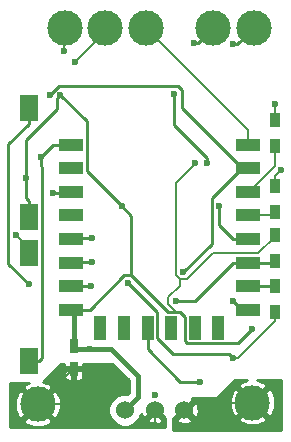
<source format=gtl>
G04 #@! TF.FileFunction,Copper,L1,Top,Signal*
%FSLAX46Y46*%
G04 Gerber Fmt 4.6, Leading zero omitted, Abs format (unit mm)*
G04 Created by KiCad (PCBNEW 4.0.4-stable) date 11/08/16 21:01:40*
%MOMM*%
%LPD*%
G01*
G04 APERTURE LIST*
%ADD10C,0.100000*%
%ADD11R,2.000000X1.000000*%
%ADD12R,1.000000X2.000000*%
%ADD13R,0.750000X1.200000*%
%ADD14R,0.900000X1.200000*%
%ADD15R,1.600000X2.180000*%
%ADD16C,1.524000*%
%ADD17C,2.999740*%
%ADD18C,0.600000*%
%ADD19C,0.400000*%
%ADD20C,0.200000*%
%ADD21C,0.250000*%
%ADD22C,0.254000*%
G04 APERTURE END LIST*
D10*
D11*
X136136000Y-91950000D03*
X136136000Y-93950000D03*
X136136000Y-95950000D03*
X136136000Y-97950000D03*
X136136000Y-99950000D03*
X136136000Y-101950000D03*
X136136000Y-103950000D03*
X136136000Y-105950000D03*
D12*
X138636000Y-107450000D03*
X140636000Y-107450000D03*
X142636000Y-107450000D03*
X144636000Y-107450000D03*
X146636000Y-107450000D03*
X148636000Y-107450000D03*
D11*
X151136000Y-105950000D03*
X151136000Y-103950000D03*
X151136000Y-101950000D03*
X151136000Y-99950000D03*
X151136000Y-97950000D03*
X151136000Y-95950000D03*
X151136000Y-93950000D03*
X151136000Y-91950000D03*
D13*
X136398000Y-109032000D03*
X136398000Y-110932000D03*
D14*
X153416000Y-89832000D03*
X153416000Y-92032000D03*
X153416000Y-95420000D03*
X153416000Y-97620000D03*
X153416000Y-99611000D03*
X153416000Y-101811000D03*
D15*
X132588000Y-98044000D03*
X132592640Y-88839140D03*
D14*
X153416000Y-106086000D03*
X153416000Y-103886000D03*
D15*
X132588000Y-110296860D03*
X132592640Y-101092000D03*
D16*
X145756000Y-114427000D03*
X143256000Y-114427000D03*
X140716000Y-114427000D03*
D17*
X151638000Y-82042000D03*
X133350000Y-113919000D03*
X151511000Y-113792000D03*
X148209000Y-82042000D03*
X135636000Y-82042000D03*
X142494000Y-82042000D03*
X139065000Y-82042000D03*
D18*
X146685000Y-93533002D03*
X140462000Y-97155000D03*
X151511000Y-107569000D03*
X137795000Y-109220000D03*
X135255000Y-87757000D03*
X132334000Y-94742000D03*
X143256000Y-113157000D03*
X143256000Y-115697000D03*
X142367000Y-115316000D03*
X135001000Y-112268000D03*
X135001000Y-115443000D03*
X135509000Y-113919000D03*
X135586242Y-83996411D03*
X146558000Y-83312000D03*
X131479757Y-99568000D03*
X137795000Y-110744000D03*
X149860000Y-105174000D03*
X140970000Y-103632000D03*
X149860000Y-109982000D03*
X144907000Y-87630000D03*
X147701000Y-93472000D03*
X148717000Y-97155000D03*
X137922000Y-101854000D03*
X137888105Y-103939679D03*
X137922000Y-99822000D03*
X145003000Y-105156000D03*
X134366000Y-87757000D03*
X145669000Y-102743000D03*
X153416000Y-88519000D03*
X153924000Y-94107000D03*
X134620000Y-96012000D03*
X132588000Y-103759000D03*
X133604000Y-92964000D03*
X149860000Y-83439000D03*
X147066000Y-112014000D03*
X136525000Y-84963000D03*
D19*
X136398000Y-109032000D02*
X136398000Y-106212000D01*
X136398000Y-106212000D02*
X136136000Y-105950000D01*
X137795000Y-109220000D02*
X136586000Y-109220000D01*
X136586000Y-109220000D02*
X136398000Y-109032000D01*
X139573000Y-109220000D02*
X137795000Y-109220000D01*
X141859000Y-111506000D02*
X139573000Y-109220000D01*
X141859000Y-113284000D02*
X141859000Y-111506000D01*
X140716000Y-114427000D02*
X141859000Y-113284000D01*
D20*
X145380999Y-103343001D02*
X145380999Y-103889999D01*
X145380999Y-103889999D02*
X144402999Y-104867999D01*
X144402999Y-104867999D02*
X144402999Y-105444001D01*
X144402999Y-105444001D02*
X145083997Y-106124999D01*
X145083997Y-106124999D02*
X145396001Y-106124999D01*
X141294003Y-103031001D02*
X141270001Y-103006999D01*
D21*
X135255000Y-87757000D02*
X137469945Y-89971945D01*
X137469945Y-89971945D02*
X137469945Y-94162945D01*
X137469945Y-94162945D02*
X140462000Y-97155000D01*
D20*
X145068999Y-95215001D02*
X146685000Y-93599000D01*
X146685000Y-93599000D02*
X146685000Y-93533002D01*
X153416000Y-99611000D02*
X153416000Y-99761000D01*
X153416000Y-99761000D02*
X152027001Y-101149999D01*
X152027001Y-101149999D02*
X148150003Y-101149999D01*
X148150003Y-101149999D02*
X145957001Y-103343001D01*
X145957001Y-103343001D02*
X145380999Y-103343001D01*
X145380999Y-103343001D02*
X145068999Y-103031001D01*
X145068999Y-103031001D02*
X145068999Y-95215001D01*
D21*
X141270001Y-103006999D02*
X141270001Y-97963001D01*
X141270001Y-97963001D02*
X140462000Y-97155000D01*
X150304999Y-108775001D02*
X151511000Y-107569000D01*
X136136000Y-105950000D02*
X137726998Y-105950000D01*
X145986001Y-108775001D02*
X150304999Y-108775001D01*
X137726998Y-105950000D02*
X140669999Y-103006999D01*
X141270001Y-103006999D02*
X144388001Y-106124999D01*
X140669999Y-103006999D02*
X141270001Y-103006999D01*
X144388001Y-106124999D02*
X145396001Y-106124999D01*
X145396001Y-106124999D02*
X145810999Y-106539997D01*
X145810999Y-106539997D02*
X145810999Y-108599999D01*
X145810999Y-108599999D02*
X145986001Y-108775001D01*
X135255000Y-87757000D02*
X134955001Y-88056999D01*
X132334000Y-91567000D02*
X132334000Y-94742000D01*
X134955001Y-88056999D02*
X134955001Y-88945999D01*
X134955001Y-88945999D02*
X132334000Y-91567000D01*
X132334000Y-96450000D02*
X132334000Y-94742000D01*
X132588000Y-98044000D02*
X132588000Y-96704000D01*
X132588000Y-96704000D02*
X132334000Y-96450000D01*
D20*
X143256000Y-115697000D02*
X143256000Y-114427000D01*
X135001000Y-112268000D02*
X136337000Y-110932000D01*
X133350000Y-113919000D02*
X134849869Y-112419131D01*
X134849869Y-112419131D02*
X135001000Y-112268000D01*
X133350000Y-113919000D02*
X134874000Y-115443000D01*
X134874000Y-115443000D02*
X135001000Y-115443000D01*
X133350000Y-113919000D02*
X135509000Y-113919000D01*
X135586242Y-82091758D02*
X135586242Y-83996411D01*
X135636000Y-82042000D02*
X135586242Y-82091758D01*
D21*
X146558000Y-83312000D02*
X146939000Y-83312000D01*
X146939000Y-83312000D02*
X148209000Y-82042000D01*
D20*
X132592640Y-101092000D02*
X132592640Y-100680883D01*
X132592640Y-100680883D02*
X131479757Y-99568000D01*
X136398000Y-110932000D02*
X137607000Y-110932000D01*
X137607000Y-110932000D02*
X137795000Y-110744000D01*
X136337000Y-110932000D02*
X136398000Y-110932000D01*
D21*
X151136000Y-105950000D02*
X150636000Y-105950000D01*
X150636000Y-105950000D02*
X149860000Y-105174000D01*
D20*
X153416000Y-106086000D02*
X153416000Y-106886000D01*
X153416000Y-106886000D02*
X150320000Y-109982000D01*
X150320000Y-109982000D02*
X149860000Y-109982000D01*
D21*
X149860000Y-109982000D02*
X149560001Y-109682001D01*
X149560001Y-109682001D02*
X144782999Y-109682001D01*
X144782999Y-109682001D02*
X143461001Y-108360003D01*
X143461001Y-108360003D02*
X143461001Y-106123001D01*
X143461001Y-106123001D02*
X140970000Y-103632000D01*
X144907000Y-90253736D02*
X144907000Y-87630000D01*
X147701000Y-93472000D02*
X147701000Y-93047736D01*
X147701000Y-93047736D02*
X144907000Y-90253736D01*
X148717000Y-98781000D02*
X148717000Y-97155000D01*
X151136000Y-99950000D02*
X149886000Y-99950000D01*
X149886000Y-99950000D02*
X148717000Y-98781000D01*
X137922000Y-101854000D02*
X136232000Y-101854000D01*
X136232000Y-101854000D02*
X136136000Y-101950000D01*
X137877784Y-103950000D02*
X137888105Y-103939679D01*
X136136000Y-103950000D02*
X137877784Y-103950000D01*
X137922000Y-99822000D02*
X136264000Y-99822000D01*
X136264000Y-99822000D02*
X136136000Y-99950000D01*
X151136000Y-101950000D02*
X153277000Y-101950000D01*
X153277000Y-101950000D02*
X153416000Y-101811000D01*
X146680000Y-105156000D02*
X145003000Y-105156000D01*
X151136000Y-101950000D02*
X149886000Y-101950000D01*
X149886000Y-101950000D02*
X146680000Y-105156000D01*
X135118001Y-87004999D02*
X134366000Y-87757000D01*
X150636000Y-93950000D02*
X145532001Y-88846001D01*
X145532001Y-88846001D02*
X145532001Y-87329999D01*
X145532001Y-87329999D02*
X145207001Y-87004999D01*
X145207001Y-87004999D02*
X135118001Y-87004999D01*
X145669000Y-102743000D02*
X148082000Y-100330000D01*
X148082000Y-100330000D02*
X148082000Y-96504000D01*
X150636000Y-93950000D02*
X148082000Y-96504000D01*
X151136000Y-93950000D02*
X150636000Y-93950000D01*
D20*
X153416000Y-88519000D02*
X153416000Y-89832000D01*
X151136000Y-95950000D02*
X151252998Y-95950000D01*
X151252998Y-95950000D02*
X153416000Y-93786998D01*
X153416000Y-93786998D02*
X153416000Y-92032000D01*
X153416000Y-95420000D02*
X153416000Y-94615000D01*
X153416000Y-94615000D02*
X153924000Y-94107000D01*
X151136000Y-97950000D02*
X153043000Y-97950000D01*
X153043000Y-97950000D02*
X153416000Y-97577000D01*
D21*
X134620000Y-96012000D02*
X136074000Y-96012000D01*
X136074000Y-96012000D02*
X136136000Y-95950000D01*
X132592640Y-88839140D02*
X132592640Y-90179140D01*
X132592640Y-90179140D02*
X130854757Y-91917023D01*
X130854757Y-91917023D02*
X130854757Y-102025757D01*
X130854757Y-102025757D02*
X132588000Y-103759000D01*
X151136000Y-103950000D02*
X153352000Y-103950000D01*
X153352000Y-103950000D02*
X153416000Y-103886000D01*
X132588000Y-110296860D02*
X133435379Y-110296860D01*
X133435379Y-110296860D02*
X133731000Y-110001239D01*
X133731000Y-110001239D02*
X133731000Y-93855000D01*
X133731000Y-93855000D02*
X133604000Y-93728000D01*
X133604000Y-93728000D02*
X133604000Y-92964000D01*
X133604000Y-92964000D02*
X134618000Y-91950000D01*
X134618000Y-91950000D02*
X136136000Y-91950000D01*
X135705613Y-91950000D02*
X136136000Y-91950000D01*
X149860000Y-83439000D02*
X150241000Y-83439000D01*
X150241000Y-83439000D02*
X151638000Y-82042000D01*
D20*
X142494000Y-82042000D02*
X151136000Y-90684000D01*
X151136000Y-90684000D02*
X151136000Y-91950000D01*
D21*
X147066000Y-112014000D02*
X145402993Y-112014000D01*
X145402993Y-112014000D02*
X142636000Y-109247007D01*
X142636000Y-109247007D02*
X142636000Y-107450000D01*
D20*
X151511000Y-113792000D02*
X146391000Y-113792000D01*
X146391000Y-113792000D02*
X145756000Y-114427000D01*
X136525000Y-84963000D02*
X139065000Y-82423000D01*
X139065000Y-82423000D02*
X139065000Y-82042000D01*
D22*
G36*
X150461386Y-112131264D02*
X150290163Y-112391558D01*
X151511000Y-113612395D01*
X152731837Y-112391558D01*
X152560614Y-112131264D01*
X151925729Y-111887000D01*
X153955000Y-111887000D01*
X153955000Y-116109000D01*
X144780000Y-116109000D01*
X144780000Y-115293365D01*
X145069240Y-115293365D01*
X145150097Y-115477018D01*
X145598043Y-115628959D01*
X146070037Y-115597913D01*
X146361903Y-115477018D01*
X146442760Y-115293365D01*
X146341837Y-115192442D01*
X150290163Y-115192442D01*
X150461386Y-115452736D01*
X151176819Y-115727990D01*
X151943129Y-115708507D01*
X152560614Y-115452736D01*
X152731837Y-115192442D01*
X151511000Y-113971605D01*
X150290163Y-115192442D01*
X146341837Y-115192442D01*
X145756000Y-114606605D01*
X145069240Y-115293365D01*
X144780000Y-115293365D01*
X144780000Y-115065491D01*
X144889635Y-115113760D01*
X145576395Y-114427000D01*
X145935605Y-114427000D01*
X146622365Y-115113760D01*
X146806018Y-115032903D01*
X146957959Y-114584957D01*
X146926913Y-114112963D01*
X146806018Y-113821097D01*
X146622365Y-113740240D01*
X145935605Y-114427000D01*
X145576395Y-114427000D01*
X145562253Y-114412858D01*
X145741858Y-114233253D01*
X145756000Y-114247395D01*
X146442760Y-113560635D01*
X146397494Y-113457819D01*
X149575010Y-113457819D01*
X149594493Y-114224129D01*
X149850264Y-114841614D01*
X150110558Y-115012837D01*
X151331395Y-113792000D01*
X151690605Y-113792000D01*
X152911442Y-115012837D01*
X153171736Y-114841614D01*
X153446990Y-114126181D01*
X153427507Y-113359871D01*
X153171736Y-112742386D01*
X152911442Y-112571163D01*
X151690605Y-113792000D01*
X151331395Y-113792000D01*
X150110558Y-112571163D01*
X149850264Y-112742386D01*
X149575010Y-113457819D01*
X146397494Y-113457819D01*
X146376880Y-113411000D01*
X148463000Y-113411000D01*
X148512410Y-113400994D01*
X148552803Y-113373803D01*
X150039606Y-111887000D01*
X151051091Y-111887000D01*
X150461386Y-112131264D01*
X150461386Y-112131264D01*
G37*
X150461386Y-112131264D02*
X150290163Y-112391558D01*
X151511000Y-113612395D01*
X152731837Y-112391558D01*
X152560614Y-112131264D01*
X151925729Y-111887000D01*
X153955000Y-111887000D01*
X153955000Y-116109000D01*
X144780000Y-116109000D01*
X144780000Y-115293365D01*
X145069240Y-115293365D01*
X145150097Y-115477018D01*
X145598043Y-115628959D01*
X146070037Y-115597913D01*
X146361903Y-115477018D01*
X146442760Y-115293365D01*
X146341837Y-115192442D01*
X150290163Y-115192442D01*
X150461386Y-115452736D01*
X151176819Y-115727990D01*
X151943129Y-115708507D01*
X152560614Y-115452736D01*
X152731837Y-115192442D01*
X151511000Y-113971605D01*
X150290163Y-115192442D01*
X146341837Y-115192442D01*
X145756000Y-114606605D01*
X145069240Y-115293365D01*
X144780000Y-115293365D01*
X144780000Y-115065491D01*
X144889635Y-115113760D01*
X145576395Y-114427000D01*
X145935605Y-114427000D01*
X146622365Y-115113760D01*
X146806018Y-115032903D01*
X146957959Y-114584957D01*
X146926913Y-114112963D01*
X146806018Y-113821097D01*
X146622365Y-113740240D01*
X145935605Y-114427000D01*
X145576395Y-114427000D01*
X145562253Y-114412858D01*
X145741858Y-114233253D01*
X145756000Y-114247395D01*
X146442760Y-113560635D01*
X146397494Y-113457819D01*
X149575010Y-113457819D01*
X149594493Y-114224129D01*
X149850264Y-114841614D01*
X150110558Y-115012837D01*
X151331395Y-113792000D01*
X151690605Y-113792000D01*
X152911442Y-115012837D01*
X153171736Y-114841614D01*
X153446990Y-114126181D01*
X153427507Y-113359871D01*
X153171736Y-112742386D01*
X152911442Y-112571163D01*
X151690605Y-113792000D01*
X151331395Y-113792000D01*
X150110558Y-112571163D01*
X149850264Y-112742386D01*
X149575010Y-113457819D01*
X146397494Y-113457819D01*
X146376880Y-113411000D01*
X148463000Y-113411000D01*
X148512410Y-113400994D01*
X148552803Y-113373803D01*
X150039606Y-111887000D01*
X151051091Y-111887000D01*
X150461386Y-112131264D01*
G36*
X135596000Y-110702250D02*
X135702750Y-110809000D01*
X136275000Y-110809000D01*
X136275000Y-110789000D01*
X136521000Y-110789000D01*
X136521000Y-110809000D01*
X137093250Y-110809000D01*
X137200000Y-110702250D01*
X137200000Y-110490000D01*
X139662132Y-110490000D01*
X141024000Y-111851868D01*
X141024000Y-112938132D01*
X140931944Y-113030188D01*
X140439339Y-113029758D01*
X139925697Y-113241990D01*
X139532371Y-113634630D01*
X139319243Y-114147900D01*
X139318758Y-114703661D01*
X139530990Y-115217303D01*
X139923630Y-115610629D01*
X140436900Y-115823757D01*
X140992661Y-115824242D01*
X141506303Y-115612010D01*
X141828016Y-115290858D01*
X142566090Y-115290858D01*
X142646618Y-115475003D01*
X143094058Y-115628429D01*
X143566152Y-115598948D01*
X143865382Y-115475003D01*
X143945910Y-115290858D01*
X143256000Y-114600948D01*
X142566090Y-115290858D01*
X141828016Y-115290858D01*
X141899629Y-115219370D01*
X142091948Y-114756214D01*
X142207997Y-115036382D01*
X142392142Y-115116910D01*
X143082052Y-114427000D01*
X143067910Y-114412858D01*
X143241858Y-114238910D01*
X143256000Y-114253052D01*
X143270143Y-114238910D01*
X143444091Y-114412858D01*
X143429948Y-114427000D01*
X144119858Y-115116910D01*
X144145000Y-115105915D01*
X144145000Y-115901000D01*
X130987000Y-115901000D01*
X130987000Y-115316804D01*
X132126144Y-115316804D01*
X132297000Y-115577590D01*
X133011870Y-115854303D01*
X133778217Y-115836384D01*
X134403000Y-115577590D01*
X134573856Y-115316804D01*
X133350000Y-114092948D01*
X132126144Y-115316804D01*
X130987000Y-115316804D01*
X130987000Y-113580870D01*
X131414697Y-113580870D01*
X131432616Y-114347217D01*
X131691410Y-114972000D01*
X131952196Y-115142856D01*
X133176052Y-113919000D01*
X133523948Y-113919000D01*
X134747804Y-115142856D01*
X135008590Y-114972000D01*
X135285303Y-114257130D01*
X135267384Y-113490783D01*
X135008590Y-112866000D01*
X134747804Y-112695144D01*
X133523948Y-113919000D01*
X133176052Y-113919000D01*
X131952196Y-112695144D01*
X131691410Y-112866000D01*
X131414697Y-113580870D01*
X130987000Y-113580870D01*
X130987000Y-112141000D01*
X132585281Y-112141000D01*
X132297000Y-112260410D01*
X132126144Y-112521196D01*
X133350000Y-113745052D01*
X134573856Y-112521196D01*
X134403000Y-112260410D01*
X133778809Y-112018797D01*
X134635856Y-111161750D01*
X135596000Y-111161750D01*
X135596000Y-111616935D01*
X135661007Y-111773876D01*
X135781124Y-111893993D01*
X135938064Y-111959000D01*
X136168250Y-111959000D01*
X136275000Y-111852250D01*
X136275000Y-111055000D01*
X136521000Y-111055000D01*
X136521000Y-111852250D01*
X136627750Y-111959000D01*
X136857936Y-111959000D01*
X137014876Y-111893993D01*
X137134993Y-111773876D01*
X137200000Y-111616935D01*
X137200000Y-111161750D01*
X137093250Y-111055000D01*
X136521000Y-111055000D01*
X136275000Y-111055000D01*
X135702750Y-111055000D01*
X135596000Y-111161750D01*
X134635856Y-111161750D01*
X135307606Y-110490000D01*
X135596000Y-110490000D01*
X135596000Y-110702250D01*
X135596000Y-110702250D01*
G37*
X135596000Y-110702250D02*
X135702750Y-110809000D01*
X136275000Y-110809000D01*
X136275000Y-110789000D01*
X136521000Y-110789000D01*
X136521000Y-110809000D01*
X137093250Y-110809000D01*
X137200000Y-110702250D01*
X137200000Y-110490000D01*
X139662132Y-110490000D01*
X141024000Y-111851868D01*
X141024000Y-112938132D01*
X140931944Y-113030188D01*
X140439339Y-113029758D01*
X139925697Y-113241990D01*
X139532371Y-113634630D01*
X139319243Y-114147900D01*
X139318758Y-114703661D01*
X139530990Y-115217303D01*
X139923630Y-115610629D01*
X140436900Y-115823757D01*
X140992661Y-115824242D01*
X141506303Y-115612010D01*
X141828016Y-115290858D01*
X142566090Y-115290858D01*
X142646618Y-115475003D01*
X143094058Y-115628429D01*
X143566152Y-115598948D01*
X143865382Y-115475003D01*
X143945910Y-115290858D01*
X143256000Y-114600948D01*
X142566090Y-115290858D01*
X141828016Y-115290858D01*
X141899629Y-115219370D01*
X142091948Y-114756214D01*
X142207997Y-115036382D01*
X142392142Y-115116910D01*
X143082052Y-114427000D01*
X143067910Y-114412858D01*
X143241858Y-114238910D01*
X143256000Y-114253052D01*
X143270143Y-114238910D01*
X143444091Y-114412858D01*
X143429948Y-114427000D01*
X144119858Y-115116910D01*
X144145000Y-115105915D01*
X144145000Y-115901000D01*
X130987000Y-115901000D01*
X130987000Y-115316804D01*
X132126144Y-115316804D01*
X132297000Y-115577590D01*
X133011870Y-115854303D01*
X133778217Y-115836384D01*
X134403000Y-115577590D01*
X134573856Y-115316804D01*
X133350000Y-114092948D01*
X132126144Y-115316804D01*
X130987000Y-115316804D01*
X130987000Y-113580870D01*
X131414697Y-113580870D01*
X131432616Y-114347217D01*
X131691410Y-114972000D01*
X131952196Y-115142856D01*
X133176052Y-113919000D01*
X133523948Y-113919000D01*
X134747804Y-115142856D01*
X135008590Y-114972000D01*
X135285303Y-114257130D01*
X135267384Y-113490783D01*
X135008590Y-112866000D01*
X134747804Y-112695144D01*
X133523948Y-113919000D01*
X133176052Y-113919000D01*
X131952196Y-112695144D01*
X131691410Y-112866000D01*
X131414697Y-113580870D01*
X130987000Y-113580870D01*
X130987000Y-112141000D01*
X132585281Y-112141000D01*
X132297000Y-112260410D01*
X132126144Y-112521196D01*
X133350000Y-113745052D01*
X134573856Y-112521196D01*
X134403000Y-112260410D01*
X133778809Y-112018797D01*
X134635856Y-111161750D01*
X135596000Y-111161750D01*
X135596000Y-111616935D01*
X135661007Y-111773876D01*
X135781124Y-111893993D01*
X135938064Y-111959000D01*
X136168250Y-111959000D01*
X136275000Y-111852250D01*
X136275000Y-111055000D01*
X136521000Y-111055000D01*
X136521000Y-111852250D01*
X136627750Y-111959000D01*
X136857936Y-111959000D01*
X137014876Y-111893993D01*
X137134993Y-111773876D01*
X137200000Y-111616935D01*
X137200000Y-111161750D01*
X137093250Y-111055000D01*
X136521000Y-111055000D01*
X136275000Y-111055000D01*
X135702750Y-111055000D01*
X135596000Y-111161750D01*
X134635856Y-111161750D01*
X135307606Y-110490000D01*
X135596000Y-110490000D01*
X135596000Y-110702250D01*
M02*

</source>
